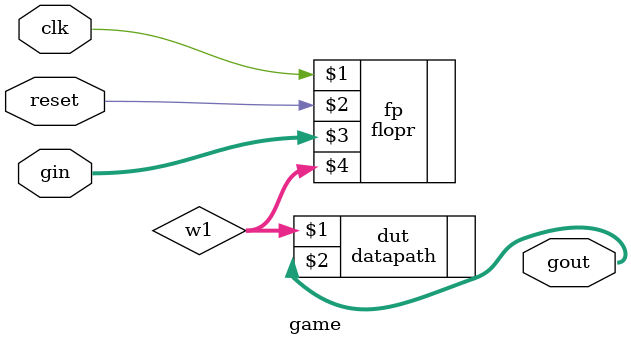
<source format=sv>
module game(input logic clk, reset, 
            input logic [63:0] gin,
            output logic [63:0] gout);

logic [63:0] w1;

flopr fp (clk,reset, gin, w1);

   datapath dut (w1, gout); 

endmodule
</source>
